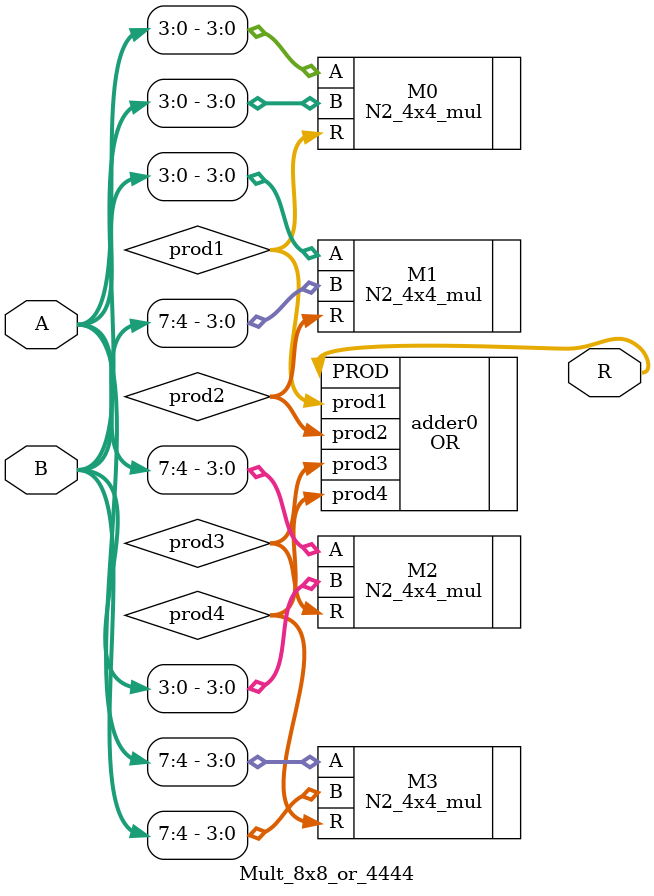
<source format=v>
module Mult_8x8_or_4444(
input [7:0] A,
input [7:0] B,
output [15:0]R
);
wire [7:0]prod1;
wire [7:0]prod2;
wire [7:0]prod3;
wire [7:0]prod4;

N2_4x4_mul M0(.A(A[3:0]),.B(B[3:0]),.R(prod1));
N2_4x4_mul M1(.A(A[3:0]),.B(B[7:4]),.R(prod2));
N2_4x4_mul M2(.A(A[7:4]),.B(B[3:0]),.R(prod3));
N2_4x4_mul M3(.A(A[7:4]),.B(B[7:4]),.R(prod4));
OR adder0(.prod1(prod1),.prod2(prod2),.prod3(prod3),.prod4(prod4),.PROD(R));
endmodule

</source>
